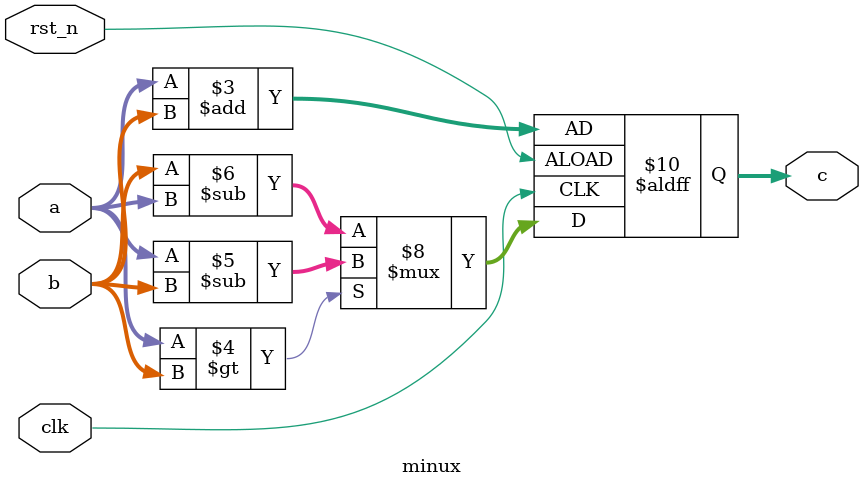
<source format=v>
module minux(                  

    input wire clk,

    input wire rst_n,

    input wire [7:0]a,

    input wire [7:0]b,

    output reg [8:0]c

);

always @(posedge clk or negedge rst_n ) begin
    
    if ( !rst_n)                        //当判断条件满足时，执行的语句
        c <= a+b;
    else if (a>b) 
        c <=a-b; 
    else                          //当判断条件不满足时，执行的语句
        c <=b-a;
end

endmodule
</source>
